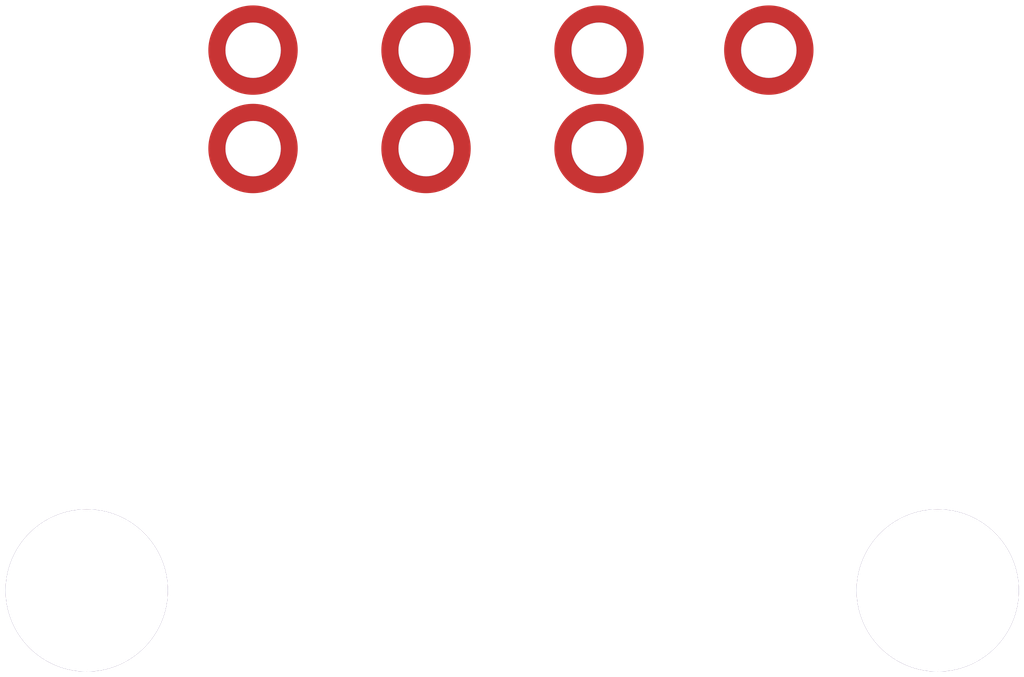
<source format=kicad_pcb>
(kicad_pcb
	(version 20240108)
	(generator "pcbnew")
	(generator_version "8.0")
	(general
		(thickness 1.6)
		(legacy_teardrops no)
	)
	(paper "A4")
	(layers
		(0 "F.Cu" signal)
		(31 "B.Cu" signal)
		(32 "B.Adhes" user "B.Adhesive")
		(33 "F.Adhes" user "F.Adhesive")
		(34 "B.Paste" user)
		(35 "F.Paste" user)
		(36 "B.SilkS" user "B.Silkscreen")
		(37 "F.SilkS" user "F.Silkscreen")
		(38 "B.Mask" user)
		(39 "F.Mask" user)
		(40 "Dwgs.User" user "User.Drawings")
		(41 "Cmts.User" user "User.Comments")
		(42 "Eco1.User" user "User.Eco1")
		(43 "Eco2.User" user "User.Eco2")
		(44 "Edge.Cuts" user)
	)
	(setup
		(pad_to_mask_clearance 0)
		(allow_soldermask_bridges_in_footprints no)
		(pcbplotparams
			(layerselection 0x00010fc_ffffffff)
			(plot_on_all_layers_selection 0x0000000_00000000)
			(disableapertmacros no)
			(usegerberextensions no)
			(usegerberattributes yes)
			(usegerberadvancedattributes yes)
			(creategerberjobfile yes)
			(dashed_line_dash_ratio 12.000000)
			(dashed_line_gap_ratio 3.000000)
			(svgprecision 4)
			(plotframeref no)
			(viasonmask no)
			(mode 1)
			(useauxorigin no)
			(hpglpennumber 1)
			(hpglpenspeed 20)
			(hpglpendiameter 15.000000)
			(pdf_front_fp_property_popups yes)
			(pdf_back_fp_property_popups yes)
			(dxfpolygonmode yes)
			(dxfimperialunits yes)
			(dxfusepcbnewfont yes)
			(psnegative no)
			(psa4output no)
			(plotreference yes)
			(plotvalue yes)
			(plotfptext yes)
			(plotinvisibletext no)
			(sketchpadsonfab no)
			(subtractmaskfromsilk no)
			(outputformat 1)
			(mirror no)
			(drillshape 1)
			(scaleselection 1)
			(outputdirectory "")
		)
	)
	(net 0 "")
	(gr_circle
		(center 208.1276 74.1934)
		(end 209.1776 74.1934)
		(stroke
			(width 0)
			(type solid)
		)
		(fill solid)
		(layer "F.Cu")
		(uuid "3b0495f0-f22f-4af4-8cf9-68870b8f8b2e")
	)
	(gr_circle
		(center 204.0636 74.1934)
		(end 205.1136 74.1934)
		(stroke
			(width 0)
			(type solid)
		)
		(fill solid)
		(layer "F.Cu")
		(uuid "3e8cbefb-814c-4f95-9666-54ce62326e6d")
	)
	(gr_circle
		(center 204.0636 71.882)
		(end 205.1136 71.882)
		(stroke
			(width 0)
			(type solid)
		)
		(fill solid)
		(layer "F.Cu")
		(uuid "5d0dca6a-f462-46aa-91af-1ffadd321c89")
	)
	(gr_circle
		(center 199.9996 74.1934)
		(end 201.0496 74.1934)
		(stroke
			(width 0)
			(type solid)
		)
		(fill solid)
		(layer "F.Cu")
		(uuid "b831bc74-829f-4398-b3be-3047b48a27fd")
	)
	(gr_circle
		(center 199.9996 71.882)
		(end 201.0496 71.882)
		(stroke
			(width 0)
			(type solid)
		)
		(fill solid)
		(layer "F.Cu")
		(uuid "d0d81ed3-a025-496c-a98b-b7e018c987fc")
	)
	(gr_circle
		(center 208.1276 71.882)
		(end 209.1776 71.882)
		(stroke
			(width 0)
			(type solid)
		)
		(fill solid)
		(layer "F.Cu")
		(uuid "f99def8a-7e88-445e-b201-da63104b602c")
	)
	(gr_circle
		(center 212.1154 71.882)
		(end 213.1654 71.882)
		(stroke
			(width 0)
			(type solid)
		)
		(fill solid)
		(layer "F.Cu")
		(uuid "fb613d7a-d4dd-4a44-b926-034e1802ecbd")
	)
	(gr_circle
		(center 196.088 84.582)
		(end 198.12 84.582)
		(stroke
			(width 0)
			(type solid)
		)
		(fill solid)
		(layer "B.Mask")
		(uuid "037a33bd-c5fa-4c36-aee3-64717eaf474d")
	)
	(gr_circle
		(center 208.1276 74.1934)
		(end 209.3046 74.1934)
		(stroke
			(width 0)
			(type solid)
		)
		(fill solid)
		(layer "B.Mask")
		(uuid "295e968f-9e59-4d5d-b193-478cfeaf2b95")
	)
	(gr_circle
		(center 208.1276 71.882)
		(end 209.3046 71.882)
		(stroke
			(width 0)
			(type solid)
		)
		(fill solid)
		(layer "B.Mask")
		(uuid "51a48e46-0665-457f-ab03-725faa61a9e7")
	)
	(gr_circle
		(center 199.9996 71.882)
		(end 201.1766 71.882)
		(stroke
			(width 0)
			(type solid)
		)
		(fill solid)
		(layer "B.Mask")
		(uuid "8a29abd9-eddb-40bc-89ce-8bbfae3524df")
	)
	(gr_circle
		(center 204.0636 74.1934)
		(end 205.2406 74.1934)
		(stroke
			(width 0)
			(type solid)
		)
		(fill solid)
		(layer "B.Mask")
		(uuid "8a98069c-b1f5-4292-8102-5aa150e34847")
	)
	(gr_circle
		(center 212.1154 71.882)
		(end 213.2924 71.882)
		(stroke
			(width 0)
			(type solid)
		)
		(fill solid)
		(layer "B.Mask")
		(uuid "9640819f-7cb8-46bf-967b-92929f8e64e0")
	)
	(gr_circle
		(center 199.9996 74.1934)
		(end 201.1766 74.1934)
		(stroke
			(width 0)
			(type solid)
		)
		(fill solid)
		(layer "B.Mask")
		(uuid "a0266fa1-2450-4b8a-a03c-187e1977d43a")
	)
	(gr_circle
		(center 216.0778 84.582)
		(end 218.1098 84.582)
		(stroke
			(width 0)
			(type solid)
		)
		(fill solid)
		(layer "B.Mask")
		(uuid "cc6b9367-c7dc-407c-b917-f18228b709e5")
	)
	(gr_circle
		(center 204.0636 71.882)
		(end 205.2406 71.882)
		(stroke
			(width 0)
			(type solid)
		)
		(fill solid)
		(layer "B.Mask")
		(uuid "e7f5cbce-b018-4f2b-87d7-0ef1d7831f0f")
	)
	(gr_circle
		(center 199.9996 71.882)
		(end 201.1766 71.882)
		(stroke
			(width 0)
			(type solid)
		)
		(fill solid)
		(layer "F.Mask")
		(uuid "1d480ac1-542e-4dbc-8f51-90ed7c7cfa3a")
	)
	(gr_circle
		(center 212.1154 71.882)
		(end 213.2924 71.882)
		(stroke
			(width 0)
			(type solid)
		)
		(fill solid)
		(layer "F.Mask")
		(uuid "44cb182b-3513-48de-a6dd-6fd0460f4269")
	)
	(gr_circle
		(center 196.088 84.582)
		(end 198.12 84.582)
		(stroke
			(width 0)
			(type solid)
		)
		(fill solid)
		(layer "F.Mask")
		(uuid "5a9ee088-eeeb-4b24-8742-37e8401891af")
	)
	(gr_circle
		(center 199.9996 74.1934)
		(end 201.1766 74.1934)
		(stroke
			(width 0)
			(type solid)
		)
		(fill solid)
		(layer "F.Mask")
		(uuid "7d41b9a1-7fef-4cda-a1dd-8ed5e8ff1166")
	)
	(gr_circle
		(center 208.1276 74.1934)
		(end 209.3046 74.1934)
		(stroke
			(width 0)
			(type solid)
		)
		(fill solid)
		(layer "F.Mask")
		(uuid "9e99a1f0-b2f0-4e29-be12-5b5020c724cc")
	)
	(gr_circle
		(center 204.0636 71.882)
		(end 205.2406 71.882)
		(stroke
			(width 0)
			(type solid)
		)
		(fill solid)
		(layer "F.Mask")
		(uuid "a264b591-0376-49ae-8f54-bfe6f72666d3")
	)
	(gr_circle
		(center 216.0778 84.582)
		(end 218.1098 84.582)
		(stroke
			(width 0)
			(type solid)
		)
		(fill solid)
		(layer "F.Mask")
		(uuid "a720957f-8635-4ef0-8652-9a9ff1402fc4")
	)
	(gr_circle
		(center 204.0636 74.1934)
		(end 205.2406 74.1934)
		(stroke
			(width 0)
			(type solid)
		)
		(fill solid)
		(layer "F.Mask")
		(uuid "d32c16d4-6942-4362-af91-c241b3a8f12a")
	)
	(gr_circle
		(center 208.1276 71.882)
		(end 209.3046 71.882)
		(stroke
			(width 0)
			(type solid)
		)
		(fill solid)
		(layer "F.Mask")
		(uuid "d830624f-7f51-4908-8e16-75d002650c53")
	)
	(via
		(at 196.09308 84.57438)
		(size 3.81001)
		(drill 3.81)
		(layers "F.Cu" "B.Cu")
		(net 0)
		(uuid "14787f1d-bf40-4198-9d12-e1365d796112")
	)
	(via
		(at 204.06614 71.88454)
		(size 1.30001)
		(drill 1.3)
		(layers "F.Cu" "B.Cu")
		(net 0)
		(uuid "4d584e90-3688-41e3-bca1-63262575cc36")
	)
	(via
		(at 212.1154 71.88454)
		(size 1.30001)
		(drill 1.3)
		(layers "F.Cu" "B.Cu")
		(net 0)
		(uuid "67df73ba-f399-4365-a9d7-b5d70512afc8")
	)
	(via
		(at 208.13014 74.19594)
		(size 1.30001)
		(drill 1.3)
		(layers "F.Cu" "B.Cu")
		(net 0)
		(uuid "761e4b22-2a3a-427f-9dfc-3830cf5b07e5")
	)
	(via
		(at 208.13014 71.88454)
		(size 1.30001)
		(drill 1.3)
		(layers "F.Cu" "B.Cu")
		(net 0)
		(uuid "88ca4575-39b8-454c-a032-d1f21416859c")
	)
	(via
		(at 216.08288 84.57438)
		(size 3.81001)
		(drill 3.81)
		(layers "F.Cu" "B.Cu")
		(net 0)
		(uuid "8e0deb72-8d97-4d06-ba3e-f33cc0da1e2e")
	)
	(via
		(at 200.00214 71.88454)
		(size 1.30001)
		(drill 1.3)
		(layers "F.Cu" "B.Cu")
		(net 0)
		(uuid "8ec60f6d-e498-49b3-9d8a-afffed6e41c9")
	)
	(via
		(at 204.06614 74.19594)
		(size 1.30001)
		(drill 1.3)
		(layers "F.Cu" "B.Cu")
		(net 0)
		(uuid "9b7bd973-63e5-4279-9038-c8b1286c018c")
	)
	(via
		(at 200.00214 74.19594)
		(size 1.30001)
		(drill 1.3)
		(layers "F.Cu" "B.Cu")
		(net 0)
		(uuid "bd27278d-ea1b-47c9-966b-b2e9a56642e2")
	)
)

</source>
